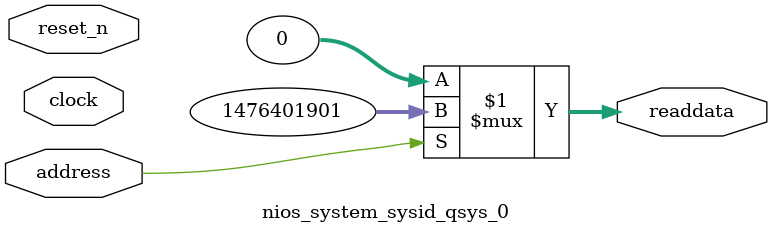
<source format=v>

`timescale 1ns / 1ps
// synthesis translate_on

// turn off superfluous verilog processor warnings 
// altera message_level Level1 
// altera message_off 10034 10035 10036 10037 10230 10240 10030 

module nios_system_sysid_qsys_0 (
               // inputs:
                address,
                clock,
                reset_n,

               // outputs:
                readdata
             )
;

  output  [ 31: 0] readdata;
  input            address;
  input            clock;
  input            reset_n;

  wire    [ 31: 0] readdata;
  //control_slave, which is an e_avalon_slave
  assign readdata = address ? 1476401901 : 0;

endmodule




</source>
